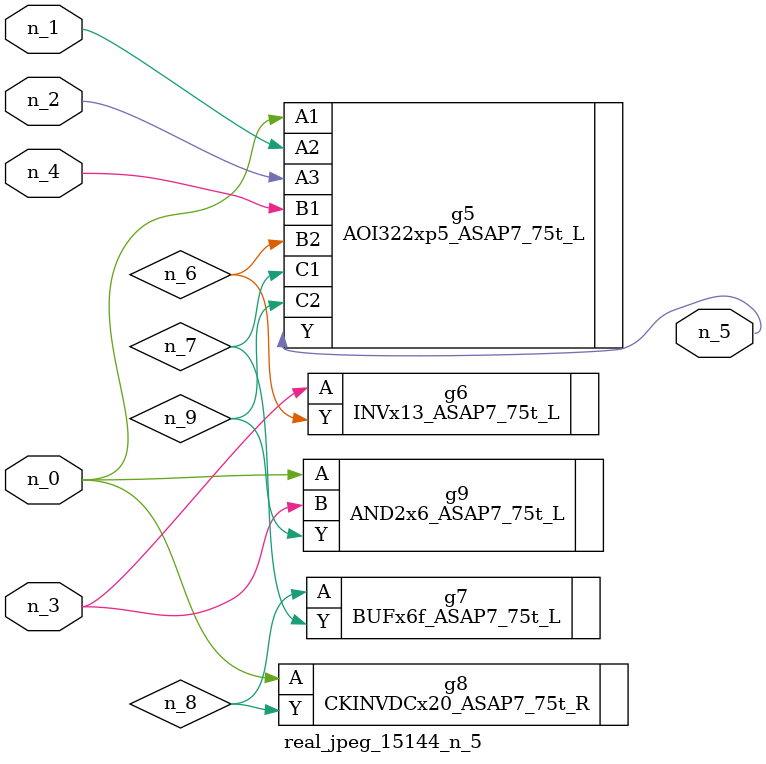
<source format=v>
module real_jpeg_15144_n_5 (n_4, n_0, n_1, n_2, n_3, n_5);

input n_4;
input n_0;
input n_1;
input n_2;
input n_3;

output n_5;

wire n_8;
wire n_6;
wire n_7;
wire n_9;

AOI322xp5_ASAP7_75t_L g5 ( 
.A1(n_0),
.A2(n_1),
.A3(n_2),
.B1(n_4),
.B2(n_6),
.C1(n_7),
.C2(n_9),
.Y(n_5)
);

CKINVDCx20_ASAP7_75t_R g8 ( 
.A(n_0),
.Y(n_8)
);

AND2x6_ASAP7_75t_L g9 ( 
.A(n_0),
.B(n_3),
.Y(n_9)
);

INVx13_ASAP7_75t_L g6 ( 
.A(n_3),
.Y(n_6)
);

BUFx6f_ASAP7_75t_L g7 ( 
.A(n_8),
.Y(n_7)
);


endmodule
</source>
